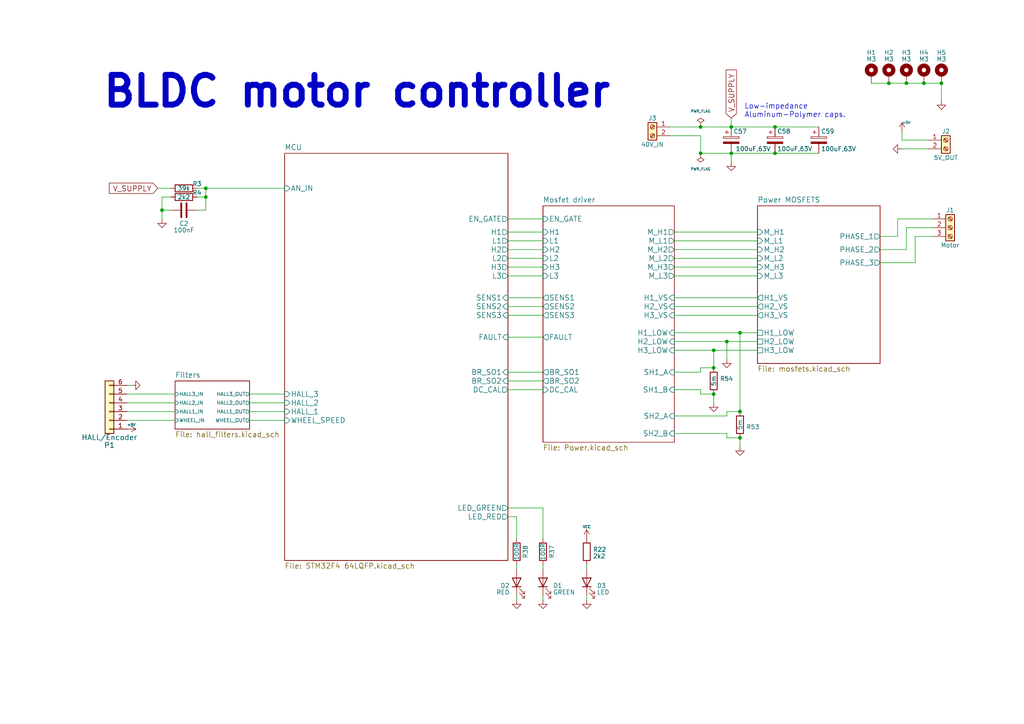
<source format=kicad_sch>
(kicad_sch (version 20230121) (generator eeschema)
  (paper "A4")
  (title_block (title "E-bike controller (based on VESC 4.10)") (date "2023-05-19") (rev "4.10-jpa") (company "Benjamin Vedder") (comment 1 "Customized by Petteri Aimonen") (comment 4 "Top level"))
  (lib_symbols
    (symbol "Connector:Screw_Terminal_01x02" (pin_names (offset 1.016) hide)
      (property "Reference" "J" (at 0 2.54 0))
      (property "Value" "Screw_Terminal_01x02" (at 0 -5.08 0))
      (symbol "Screw_Terminal_01x02_1_1"
        (rectangle (start -1.27 1.27) (end 1.27 -3.81) (stroke (width 0.254)) (fill (type background)))
        (circle (center 0 -2.54) (radius 0.635) (stroke (width 0.1524)))
        (polyline (pts (xy -0.5334 -2.2098) (xy 0.3302 -3.048)) (stroke (width 0.1524)))
        (polyline (pts (xy -0.5334 0.3302) (xy 0.3302 -0.508)) (stroke (width 0.1524)))
        (polyline (pts (xy -0.3556 -2.032) (xy 0.508 -2.8702)) (stroke (width 0.1524)))
        (polyline (pts (xy -0.3556 0.508) (xy 0.508 -0.3302)) (stroke (width 0.1524)))
        (circle (center 0 0) (radius 0.635) (stroke (width 0.1524)))
        (pin passive line (at -5.08 0 0) (length 3.81) (name "Pin_1") (number "1"))
        (pin passive line (at -5.08 -2.54 0) (length 3.81) (name "Pin_2") (number "2"))
      )
    )
    (symbol "Connector:Screw_Terminal_01x03" (pin_names (offset 1.016) hide)
      (property "Reference" "J" (at 0 5.08 0))
      (property "Value" "Screw_Terminal_01x03" (at 0 -5.08 0))
      (symbol "Screw_Terminal_01x03_1_1"
        (rectangle (start -1.27 3.81) (end 1.27 -3.81) (stroke (width 0.254)) (fill (type background)))
        (circle (center 0 -2.54) (radius 0.635) (stroke (width 0.1524)))
        (polyline (pts (xy -0.5334 -2.2098) (xy 0.3302 -3.048)) (stroke (width 0.1524)))
        (polyline (pts (xy -0.5334 0.3302) (xy 0.3302 -0.508)) (stroke (width 0.1524)))
        (polyline (pts (xy -0.5334 2.8702) (xy 0.3302 2.032)) (stroke (width 0.1524)))
        (polyline (pts (xy -0.3556 -2.032) (xy 0.508 -2.8702)) (stroke (width 0.1524)))
        (polyline (pts (xy -0.3556 0.508) (xy 0.508 -0.3302)) (stroke (width 0.1524)))
        (polyline (pts (xy -0.3556 3.048) (xy 0.508 2.2098)) (stroke (width 0.1524)))
        (circle (center 0 0) (radius 0.635) (stroke (width 0.1524)))
        (circle (center 0 2.54) (radius 0.635) (stroke (width 0.1524)))
        (pin passive line (at -5.08 2.54 0) (length 3.81) (name "Pin_1") (number "1"))
        (pin passive line (at -5.08 0 0) (length 3.81) (name "Pin_2") (number "2"))
        (pin passive line (at -5.08 -2.54 0) (length 3.81) (name "Pin_3") (number "3"))
      )
    )
    (symbol "Connector_Generic:Conn_01x06" (pin_names (offset 1.016) hide)
      (property "Reference" "J" (at 0 7.62 0))
      (property "Value" "Conn_01x06" (at 0 -10.16 0))
      (symbol "Conn_01x06_1_1"
        (rectangle (start -1.27 -7.493) (end 0 -7.747) (stroke (width 0.1524)))
        (rectangle (start -1.27 -4.953) (end 0 -5.207) (stroke (width 0.1524)))
        (rectangle (start -1.27 -2.413) (end 0 -2.667) (stroke (width 0.1524)))
        (rectangle (start -1.27 0.127) (end 0 -0.127) (stroke (width 0.1524)))
        (rectangle (start -1.27 2.667) (end 0 2.413) (stroke (width 0.1524)))
        (rectangle (start -1.27 5.207) (end 0 4.953) (stroke (width 0.1524)))
        (rectangle (start -1.27 6.35) (end 1.27 -8.89) (stroke (width 0.254)) (fill (type background)))
        (pin passive line (at -5.08 5.08 0) (length 3.81) (name "Pin_1") (number "1"))
        (pin passive line (at -5.08 2.54 0) (length 3.81) (name "Pin_2") (number "2"))
        (pin passive line (at -5.08 0 0) (length 3.81) (name "Pin_3") (number "3"))
        (pin passive line (at -5.08 -2.54 0) (length 3.81) (name "Pin_4") (number "4"))
        (pin passive line (at -5.08 -5.08 0) (length 3.81) (name "Pin_5") (number "5"))
        (pin passive line (at -5.08 -7.62 0) (length 3.81) (name "Pin_6") (number "6"))
      )
    )
    (symbol "Device:C" (pin_numbers hide) (pin_names (offset 0.254))
      (property "Reference" "C" (at 0.635 2.54 0))
      (property "Value" "C" (at 0.635 -2.54 0))
      (symbol "C_0_1"
        (polyline (pts (xy -2.032 -0.762) (xy 2.032 -0.762)) (stroke (width 0.508)))
        (polyline (pts (xy -2.032 0.762) (xy 2.032 0.762)) (stroke (width 0.508)))
      )
      (symbol "C_1_1"
        (pin passive line (at 0 3.81 270) (length 2.794) (name "~") (number "1"))
        (pin passive line (at 0 -3.81 90) (length 2.794) (name "~") (number "2"))
      )
    )
    (symbol "Device:C_Polarized" (pin_numbers hide) (pin_names (offset 0.254))
      (property "Reference" "C" (at 0.635 2.54 0))
      (property "Value" "C_Polarized" (at 0.635 -2.54 0))
      (symbol "C_Polarized_0_1"
        (rectangle (start -2.286 0.508) (end 2.286 1.016))
        (polyline (pts (xy -1.778 2.286) (xy -0.762 2.286)))
        (polyline (pts (xy -1.27 2.794) (xy -1.27 1.778)))
        (rectangle (start 2.286 -0.508) (end -2.286 -1.016) (fill (type outline)))
      )
      (symbol "C_Polarized_1_1"
        (pin passive line (at 0 3.81 270) (length 2.794) (name "~") (number "1"))
        (pin passive line (at 0 -3.81 90) (length 2.794) (name "~") (number "2"))
      )
    )
    (symbol "Device:LED" (pin_numbers hide) (pin_names (offset 1.016) hide)
      (property "Reference" "D" (at 0 2.54 0))
      (property "Value" "LED" (at 0 -2.54 0))
      (symbol "LED_0_1"
        (polyline (pts (xy -1.27 -1.27) (xy -1.27 1.27)) (stroke (width 0.254)))
        (polyline (pts (xy -1.27 0) (xy 1.27 0)))
        (polyline (pts (xy 1.27 -1.27) (xy 1.27 1.27) (xy -1.27 0) (xy 1.27 -1.27)) (stroke (width 0.254)))
        (polyline (pts (xy -3.048 -0.762) (xy -4.572 -2.286) (xy -3.81 -2.286) (xy -4.572 -2.286) (xy -4.572 -1.524)))
        (polyline (pts (xy -1.778 -0.762) (xy -3.302 -2.286) (xy -2.54 -2.286) (xy -3.302 -2.286) (xy -3.302 -1.524)))
      )
      (symbol "LED_1_1"
        (pin passive line (at -3.81 0 0) (length 2.54) (name "K") (number "1"))
        (pin passive line (at 3.81 0 180) (length 2.54) (name "A") (number "2"))
      )
    )
    (symbol "Device:R" (pin_numbers hide) (pin_names (offset 0))
      (property "Reference" "R" (at 2.032 0 90))
      (property "Value" "R" (at 0 0 90))
      (symbol "R_0_1"
        (rectangle (start -1.016 -2.54) (end 1.016 2.54) (stroke (width 0.254)))
      )
      (symbol "R_1_1"
        (pin passive line (at 0 3.81 270) (length 1.27) (name "~") (number "1"))
        (pin passive line (at 0 -3.81 90) (length 1.27) (name "~") (number "2"))
      )
    )
    (symbol "Mechanical:MountingHole_Pad" (pin_numbers hide) (pin_names (offset 1.016) hide)
      (property "Reference" "H" (at 0 6.35 0))
      (property "Value" "MountingHole_Pad" (at 0 4.445 0))
      (symbol "MountingHole_Pad_0_1"
        (circle (center 0 1.27) (radius 1.27) (stroke (width 1.27)))
      )
      (symbol "MountingHole_Pad_1_1"
        (pin input line (at 0 -2.54 90) (length 2.54) (name "1") (number "1"))
      )
    )
    (symbol "power:+5V" (power) (pin_names (offset 0))
      (property "Value" "+5V" (at 0 3.556 0))
      (symbol "+5V_0_1"
        (polyline (pts (xy -0.762 1.27) (xy 0 2.54)))
        (polyline (pts (xy 0 0) (xy 0 2.54)))
        (polyline (pts (xy 0 2.54) (xy 0.762 1.27)))
      )
      (symbol "+5V_1_1"
        (pin power_in line (at 0 0 90) (length 0) hide (name "+5V") (number "1"))
      )
    )
    (symbol "power:GND" (power) (pin_names (offset 0))
      (property "Value" "GND" (at 0 -3.81 0))
      (symbol "GND_0_1"
        (polyline (pts (xy 0 0) (xy 0 -1.27) (xy 1.27 -1.27) (xy 0 -2.54) (xy -1.27 -1.27) (xy 0 -1.27)))
      )
      (symbol "GND_1_1"
        (pin power_in line (at 0 0 270) (length 0) hide (name "GND") (number "1"))
      )
    )
    (symbol "power:PWR_FLAG" (power) (pin_numbers hide) (pin_names (offset 0) hide)
      (property "Value" "PWR_FLAG" (at 0 3.81 0))
      (symbol "PWR_FLAG_0_0"
        (pin power_out line (at 0 0 90) (length 0) (name "pwr") (number "1"))
      )
      (symbol "PWR_FLAG_0_1"
        (polyline (pts (xy 0 0) (xy 0 1.27) (xy -1.016 1.905) (xy 0 2.54) (xy 1.016 1.905) (xy 0 1.27)))
      )
    )
    (symbol "power:VCC" (power) (pin_names (offset 0))
      (property "Value" "VCC" (at 0 3.81 0))
      (symbol "VCC_0_1"
        (polyline (pts (xy -0.762 1.27) (xy 0 2.54)))
        (polyline (pts (xy 0 0) (xy 0 2.54)))
        (polyline (pts (xy 0 2.54) (xy 0.762 1.27)))
      )
      (symbol "VCC_1_1"
        (pin power_in line (at 0 0 90) (length 0) hide (name "VCC") (number "1"))
      )
    )
  )
  (junction (at 207.01 114.3))
  (junction (at 207.01 106.68))
  (junction (at 214.63 96.52))
  (junction (at 262.89 24.13))
  (junction (at 212.09 36.83))
  (junction (at 267.97 24.13))
  (junction (at 224.79 36.83))
  (junction (at 59.69 54.61))
  (junction (at 224.79 44.45))
  (junction (at 46.99 60.96))
  (junction (at 214.63 119.38))
  (junction (at 203.2 36.83))
  (junction (at 210.82 99.06))
  (junction (at 212.09 44.45))
  (junction (at 273.05 24.13))
  (junction (at 203.2 44.45))
  (junction (at 59.69 57.15))
  (junction (at 214.63 127))
  (junction (at 257.81 24.13))
  (junction (at 207.01 101.6))
  (wire (pts (xy 157.48 147.32) (xy 147.32 147.32)))
  (wire (pts (xy 82.55 121.92) (xy 72.39 121.92)))
  (wire (pts (xy 224.79 44.45) (xy 237.49 44.45)))
  (wire (pts (xy 219.71 88.9) (xy 195.58 88.9)))
  (wire (pts (xy 46.99 57.15) (xy 49.53 57.15)))
  (wire (pts (xy 212.09 46.99) (xy 212.09 44.45)))
  (wire (pts (xy 195.58 120.65) (xy 210.82 120.65)))
  (wire (pts (xy 212.09 44.45) (xy 224.79 44.45)))
  (wire (pts (xy 219.71 80.01) (xy 195.58 80.01)))
  (wire (pts (xy 57.15 57.15) (xy 59.69 57.15)))
  (wire (pts (xy 261.62 43.18) (xy 269.24 43.18)))
  (wire (pts (xy 262.89 72.39) (xy 262.89 66.04)))
  (wire (pts (xy 203.2 114.3) (xy 207.01 114.3)))
  (wire (pts (xy 273.05 24.13) (xy 267.97 24.13)))
  (wire (pts (xy 147.32 107.95) (xy 157.48 107.95)))
  (wire (pts (xy 214.63 127) (xy 214.63 129.54)))
  (wire (pts (xy 36.83 121.92) (xy 50.8 121.92)))
  (wire (pts (xy 219.71 74.93) (xy 195.58 74.93)))
  (wire (pts (xy 157.48 86.36) (xy 147.32 86.36)))
  (wire (pts (xy 147.32 149.86) (xy 149.86 149.86)))
  (wire (pts (xy 59.69 54.61) (xy 82.55 54.61)))
  (wire (pts (xy 149.86 172.72) (xy 149.86 173.99)))
  (wire (pts (xy 210.82 127) (xy 210.82 125.73)))
  (wire (pts (xy 157.48 77.47) (xy 147.32 77.47)))
  (wire (pts (xy 269.24 40.64) (xy 261.62 40.64)))
  (wire (pts (xy 147.32 74.93) (xy 157.48 74.93)))
  (wire (pts (xy 203.2 107.95) (xy 203.2 106.68)))
  (wire (pts (xy 147.32 80.01) (xy 157.48 80.01)))
  (wire (pts (xy 59.69 57.15) (xy 59.69 60.96)))
  (wire (pts (xy 210.82 120.65) (xy 210.82 119.38)))
  (wire (pts (xy 157.48 110.49) (xy 147.32 110.49)))
  (wire (pts (xy 210.82 119.38) (xy 214.63 119.38)))
  (wire (pts (xy 203.2 39.37) (xy 194.31 39.37)))
  (wire (pts (xy 157.48 156.21) (xy 157.48 147.32)))
  (wire (pts (xy 260.35 63.5) (xy 270.51 63.5)))
  (wire (pts (xy 262.89 66.04) (xy 270.51 66.04)))
  (wire (pts (xy 255.27 68.58) (xy 260.35 68.58)))
  (wire (pts (xy 194.31 36.83) (xy 203.2 36.83)))
  (wire (pts (xy 214.63 127) (xy 210.82 127)))
  (wire (pts (xy 267.97 24.13) (xy 262.89 24.13)))
  (wire (pts (xy 195.58 107.95) (xy 203.2 107.95)))
  (wire (pts (xy 210.82 99.06) (xy 210.82 104.14)))
  (wire (pts (xy 203.2 36.83) (xy 212.09 36.83)))
  (wire (pts (xy 57.15 54.61) (xy 59.69 54.61)))
  (wire (pts (xy 57.15 60.96) (xy 59.69 60.96)))
  (wire (pts (xy 195.58 77.47) (xy 219.71 77.47)))
  (wire (pts (xy 210.82 99.06) (xy 219.71 99.06)))
  (wire (pts (xy 157.48 72.39) (xy 147.32 72.39)))
  (wire (pts (xy 36.83 119.38) (xy 50.8 119.38)))
  (wire (pts (xy 49.53 60.96) (xy 46.99 60.96)))
  (wire (pts (xy 147.32 69.85) (xy 157.48 69.85)))
  (wire (pts (xy 157.48 172.72) (xy 157.48 173.99)))
  (wire (pts (xy 147.32 88.9) (xy 157.48 88.9)))
  (wire (pts (xy 170.18 172.72) (xy 170.18 173.99)))
  (wire (pts (xy 212.09 36.83) (xy 212.09 34.29)))
  (wire (pts (xy 255.27 76.2) (xy 265.43 76.2)))
  (wire (pts (xy 265.43 76.2) (xy 265.43 68.58)))
  (wire (pts (xy 212.09 36.83) (xy 224.79 36.83)))
  (wire (pts (xy 207.01 101.6) (xy 207.01 106.68)))
  (wire (pts (xy 195.58 67.31) (xy 219.71 67.31)))
  (wire (pts (xy 195.58 113.03) (xy 203.2 113.03)))
  (wire (pts (xy 219.71 69.85) (xy 195.58 69.85)))
  (wire (pts (xy 46.99 60.96) (xy 46.99 63.5)))
  (wire (pts (xy 207.01 101.6) (xy 219.71 101.6)))
  (wire (pts (xy 195.58 72.39) (xy 219.71 72.39)))
  (wire (pts (xy 157.48 91.44) (xy 147.32 91.44)))
  (wire (pts (xy 46.99 57.15) (xy 46.99 60.96)))
  (wire (pts (xy 203.2 44.45) (xy 212.09 44.45)))
  (wire (pts (xy 72.39 119.38) (xy 82.55 119.38)))
  (wire (pts (xy 149.86 149.86) (xy 149.86 156.21)))
  (wire (pts (xy 36.83 116.84) (xy 50.8 116.84)))
  (wire (pts (xy 149.86 163.83) (xy 149.86 165.1)))
  (wire (pts (xy 157.48 67.31) (xy 147.32 67.31)))
  (wire (pts (xy 261.62 40.64) (xy 261.62 38.1)))
  (wire (pts (xy 195.58 96.52) (xy 214.63 96.52)))
  (wire (pts (xy 147.32 113.03) (xy 157.48 113.03)))
  (wire (pts (xy 257.81 24.13) (xy 252.73 24.13)))
  (wire (pts (xy 49.53 54.61) (xy 45.72 54.61)))
  (wire (pts (xy 36.83 111.76) (xy 38.1 111.76)))
  (wire (pts (xy 72.39 116.84) (xy 82.55 116.84)))
  (wire (pts (xy 147.32 63.5) (xy 157.48 63.5)))
  (wire (pts (xy 195.58 125.73) (xy 210.82 125.73)))
  (wire (pts (xy 260.35 68.58) (xy 260.35 63.5)))
  (wire (pts (xy 262.89 24.13) (xy 257.81 24.13)))
  (wire (pts (xy 203.2 44.45) (xy 203.2 39.37)))
  (wire (pts (xy 36.83 114.3) (xy 50.8 114.3)))
  (wire (pts (xy 207.01 114.3) (xy 207.01 116.84)))
  (wire (pts (xy 170.18 163.83) (xy 170.18 165.1)))
  (wire (pts (xy 195.58 101.6) (xy 207.01 101.6)))
  (wire (pts (xy 195.58 86.36) (xy 219.71 86.36)))
  (wire (pts (xy 147.32 97.79) (xy 157.48 97.79)))
  (wire (pts (xy 203.2 106.68) (xy 207.01 106.68)))
  (wire (pts (xy 273.05 29.21) (xy 273.05 24.13)))
  (wire (pts (xy 203.2 113.03) (xy 203.2 114.3)))
  (wire (pts (xy 195.58 91.44) (xy 219.71 91.44)))
  (wire (pts (xy 255.27 72.39) (xy 262.89 72.39)))
  (wire (pts (xy 265.43 68.58) (xy 270.51 68.58)))
  (wire (pts (xy 59.69 54.61) (xy 59.69 57.15)))
  (wire (pts (xy 214.63 96.52) (xy 214.63 119.38)))
  (wire (pts (xy 72.39 114.3) (xy 82.55 114.3)))
  (wire (pts (xy 195.58 99.06) (xy 210.82 99.06)))
  (wire (pts (xy 157.48 163.83) (xy 157.48 165.1)))
  (wire (pts (xy 224.79 36.83) (xy 237.49 36.83)))
  (wire (pts (xy 214.63 96.52) (xy 219.71 96.52)))
  (text "Low-impedance\nAluminum-Polymer caps." (at 215.9 34.29 0) (effects (font (size 1.524 1.524)) (justify left bottom)))
  (text "BLDC motor controller" (at 29.21 31.75 0) (effects (font (size 8.636 8.636) (thickness 1.7272) bold) (justify left bottom)))
  (global_label "V_SUPPLY" (shape input) (at 45.72 54.61 180) (effects (font (size 1.524 1.524))) (property "Intersheetrefs" "${INTERSHEET_REFS}" (effects hide)))
  (global_label "V_SUPPLY" (shape input) (at 212.09 34.29 90) (effects (font (size 1.524 1.524))) (property "Intersheetrefs" "${INTERSHEET_REFS}" (effects hide)))
  (symbol (lib_id "Connector_Generic:Conn_01x06") (at 31.75 119.38 180) (unit 1)
    (property "Reference" "P1" (at 31.75 129.1131 0) (effects (font (size 1.524 1.524))))
    (property "Value" "HALL/Encoder" (at 31.75 126.8589 0) (effects (font (size 1.524 1.524))))
    (property "Footprint" "Connector_PinHeader_2.54mm:PinHeader_1x06_P2.54mm_Vertical" (effects hide))
    (property "JLCPCB" "N/A" (effects hide))
  )
  (symbol (lib_id "power:+5V") (at 36.83 124.46 270) (unit 1)
    (property "Reference" "#PWR01" (effects hide))
    (property "Value" "+5V" (at 38.1 123.19 90) (effects (font (size 0.762 0.762))))
  )
  (symbol (lib_id "power:GND") (at 38.1 111.76 90) (unit 1)
    (property "Reference" "#PWR02" (effects hide))
    (property "Value" "GND" (effects hide))
  )
  (symbol (lib_id "Device:C") (at 53.34 60.96 90) (mirror x) (unit 1)
    (property "Reference" "C2" (at 53.34 64.8415 90))
    (property "Value" "100nF" (at 53.34 66.7625 90))
    (property "Footprint" "Capacitor_SMD:C_0603_1608Metric" (effects hide))
    (property "JLCPCB" "C14663" (effects hide))
  )
  (symbol (lib_id "power:GND") (at 46.99 63.5 0) (mirror y) (unit 1)
    (property "Reference" "#PWR03" (effects hide))
    (property "Value" "GND" (effects hide))
  )
  (symbol (lib_id "Device:R") (at 53.34 57.15 90) (mirror x) (unit 1)
    (property "Reference" "R4" (at 57.15 55.88 90))
    (property "Value" "2k2" (at 53.34 57.15 90))
    (property "Footprint" "Resistor_SMD:R_0603_1608Metric" (effects hide))
    (property "JLCPCB" "C4190" (effects hide))
  )
  (symbol (lib_id "Device:R") (at 53.34 54.61 90) (mirror x) (unit 1)
    (property "Reference" "R3" (at 57.15 53.34 90))
    (property "Value" "39k" (at 53.34 54.61 90))
    (property "Footprint" "Resistor_SMD:R_0603_1608Metric" (effects hide))
    (property "JLCPCB" "C23153" (effects hide))
  )
  (symbol (lib_id "Device:R") (at 214.63 123.19 0) (mirror y) (unit 1)
    (property "Reference" "R53" (at 216.408 123.8337 0) (effects (justify right)))
    (property "Value" "5m" (at 214.63 123.19 90))
    (property "Footprint" "Resistor_SMD:R_2512_6332Metric" (effects hide))
    (property "JLCPCB" "C5154719" (effects hide))
  )
  (symbol (lib_id "Device:R") (at 207.01 110.49 0) (mirror y) (unit 1)
    (property "Reference" "R54" (at 208.788 109.8463 0) (effects (justify right)))
    (property "Value" "5m" (at 207.01 110.49 90))
    (property "Footprint" "Resistor_SMD:R_2512_6332Metric" (effects hide))
    (property "JLCPCB" "C5154719" (effects hide))
  )
  (symbol (lib_id "Device:R") (at 149.86 160.02 180) (unit 1)
    (property "Reference" "R38" (at 152.4 160.02 90))
    (property "Value" "100R" (at 149.86 160.02 90))
    (property "Footprint" "Resistor_SMD:R_0603_1608Metric" (effects hide))
    (property "JLCPCB" "C22775" (effects hide))
  )
  (symbol (lib_id "Device:LED") (at 149.86 168.91 90) (unit 1)
    (property "Reference" "D2" (at 147.828 169.8538 90) (effects (justify left)))
    (property "Value" "RED" (at 147.828 171.7748 90) (effects (justify left)))
    (property "Footprint" "LED_SMD:LED_0603_1608Metric" (effects hide))
    (property "JLCPCB" "N/A" (effects hide))
  )
  (symbol (lib_id "power:GND") (at 149.86 173.99 0) (unit 1)
    (property "Reference" "#PWR07" (effects hide))
    (property "Value" "GND" (effects hide))
  )
  (symbol (lib_id "Device:R") (at 157.48 160.02 180) (unit 1)
    (property "Reference" "R37" (at 160.02 160.02 90))
    (property "Value" "100R" (at 157.48 160.02 90))
    (property "Footprint" "Resistor_SMD:R_0603_1608Metric" (effects hide))
    (property "JLCPCB" "C22775" (effects hide))
  )
  (symbol (lib_id "Device:LED") (at 157.48 168.91 90) (unit 1)
    (property "Reference" "D1" (at 160.401 169.8538 90) (effects (justify right)))
    (property "Value" "GREEN" (at 160.401 171.7748 90) (effects (justify right)))
    (property "Footprint" "LED_SMD:LED_0603_1608Metric" (effects hide))
    (property "JLCPCB" "N/A" (effects hide))
  )
  (symbol (lib_id "power:GND") (at 157.48 173.99 0) (unit 1)
    (property "Reference" "#PWR08" (effects hide))
    (property "Value" "GND" (effects hide))
  )
  (symbol (lib_id "Device:LED") (at 170.18 168.91 90) (unit 1)
    (property "Reference" "D3" (at 173.101 169.8538 90) (effects (justify right)))
    (property "Value" "LED" (at 173.101 171.7748 90) (effects (justify right)))
    (property "Footprint" "LED_SMD:LED_0603_1608Metric" (effects hide))
    (property "JLCPCB" "N/A" (effects hide))
  )
  (symbol (lib_id "Device:R") (at 170.18 160.02 180) (unit 1)
    (property "Reference" "R22" (at 171.958 159.3763 0) (effects (justify right)))
    (property "Value" "2k2" (at 171.958 161.2973 0) (effects (justify right)))
    (property "Footprint" "Resistor_SMD:R_0603_1608Metric" (effects hide))
    (property "JLCPCB" "C4190" (effects hide))
  )
  (symbol (lib_id "power:GND") (at 170.18 173.99 0) (unit 1)
    (property "Reference" "#PWR09" (effects hide))
    (property "Value" "GND" (effects hide))
  )
  (symbol (lib_id "power:VCC") (at 170.18 156.21 0) (unit 1)
    (property "Reference" "#PWR010" (effects hide))
    (property "Value" "VCC" (at 170.18 152.7881 0) (effects (font (size 0.762 0.762))))
  )
  (symbol (lib_id "power:GND") (at 214.63 129.54 0) (unit 1)
    (property "Reference" "#PWR012" (effects hide))
    (property "Value" "GND" (effects hide))
  )
  (symbol (lib_id "power:GND") (at 207.01 116.84 0) (unit 1)
    (property "Reference" "#PWR013" (effects hide))
    (property "Value" "GND" (effects hide))
  )
  (symbol (lib_id "power:GND") (at 210.82 104.14 0) (unit 1)
    (property "Reference" "#PWR014" (effects hide))
    (property "Value" "GND" (effects hide))
  )
  (symbol (lib_id "power:GND") (at 212.09 46.99 0) (unit 1)
    (property "Reference" "#PWR015" (effects hide))
    (property "Value" "GND" (effects hide))
  )
  (symbol (lib_id "power:+5V") (at 261.62 38.1 0) (unit 1)
    (property "Reference" "#PWR016" (effects hide))
    (property "Value" "+5V" (at 262.89 35.56 0) (effects (font (size 0.762 0.762))))
  )
  (symbol (lib_id "power:GND") (at 261.62 43.18 270) (unit 1)
    (property "Reference" "#PWR017" (effects hide))
    (property "Value" "GND" (effects hide))
  )
  (symbol (lib_id "power:PWR_FLAG") (at 203.2 44.45 180) (unit 1)
    (property "Reference" "#FLG02" (effects hide))
    (property "Value" "PWR_FLAG" (at 203.2 49.022 0) (effects (font (size 0.762 0.762))))
  )
  (symbol (lib_id "Connector:Screw_Terminal_01x02") (at 189.23 36.83 0) (mirror y) (unit 1)
    (property "Reference" "J3" (at 189.23 34.29 0))
    (property "Value" "40V_IN" (at 189.23 41.91 0))
    (property "Footprint" "TerminalBlock:TerminalBlock_bornier-2_P5.08mm" (effects hide))
    (property "JLCPCB" "N/A" (effects hide))
  )
  (symbol (lib_id "Device:C_Polarized") (at 212.09 40.64 0) (unit 1)
    (property "Reference" "C57" (at 212.725 38.1 0) (effects (justify left)))
    (property "Value" "100uF,63V" (at 213.36 43.18 0) (effects (justify left)))
    (property "Footprint" "Capacitor_SMD:CP_Elec_10x10.5" (effects hide))
    (property "JLCPCB" "N/A" (effects hide))
  )
  (symbol (lib_id "Connector:Screw_Terminal_01x03") (at 275.59 66.04 0) (unit 1)
    (property "Reference" "J1" (at 275.59 60.96 0))
    (property "Value" "Motor" (at 275.59 71.12 0))
    (property "Footprint" "TerminalBlock:TerminalBlock_bornier-3_P5.08mm" (effects hide))
    (property "JLCPCB" "N/A" (effects hide))
  )
  (symbol (lib_id "Mechanical:MountingHole_Pad") (at 267.97 21.59 0) (unit 1)
    (property "Reference" "H4" (at 267.97 15.24 0))
    (property "Value" "M3" (at 267.97 17.145 0))
    (property "Footprint" "MountingHole:MountingHole_3.2mm_M3_Pad" (effects hide))
    (property "JLCPCB" "N/A" (effects hide))
  )
  (symbol (lib_id "Mechanical:MountingHole_Pad") (at 257.81 21.59 0) (unit 1)
    (property "Reference" "H2" (at 257.81 15.24 0))
    (property "Value" "M3" (at 257.81 17.145 0))
    (property "Footprint" "MountingHole:MountingHole_3.2mm_M3_Pad" (effects hide))
    (property "JLCPCB" "N/A" (effects hide))
  )
  (symbol (lib_id "Mechanical:MountingHole_Pad") (at 252.73 21.59 0) (unit 1)
    (property "Reference" "H1" (at 252.73 15.24 0))
    (property "Value" "M3" (at 252.73 17.145 0))
    (property "Footprint" "MountingHole:MountingHole_3.2mm_M3_Pad" (effects hide))
    (property "JLCPCB" "N/A" (effects hide))
  )
  (symbol (lib_id "Connector:Screw_Terminal_01x02") (at 274.32 40.64 0) (unit 1)
    (property "Reference" "J2" (at 274.32 38.1 0))
    (property "Value" "5V_OUT" (at 274.32 45.72 0))
    (property "Footprint" "TerminalBlock:TerminalBlock_bornier-2_P5.08mm" (effects hide))
    (property "JLCPCB" "N/A" (effects hide))
  )
  (symbol (lib_id "power:PWR_FLAG") (at 203.2 36.83 0) (unit 1)
    (property "Reference" "#FLG01" (effects hide))
    (property "Value" "PWR_FLAG" (at 203.2 32.258 0) (effects (font (size 0.762 0.762))))
  )
  (symbol (lib_id "Mechanical:MountingHole_Pad") (at 273.05 21.59 0) (unit 1)
    (property "Reference" "H5" (at 273.05 15.24 0))
    (property "Value" "M3" (at 273.05 17.145 0))
    (property "Footprint" "MountingHole:MountingHole_3.2mm_M3_Pad" (effects hide))
    (property "JLCPCB" "N/A" (effects hide))
  )
  (symbol (lib_id "Device:C_Polarized") (at 224.79 40.64 0) (unit 1)
    (property "Reference" "C58" (at 225.425 38.1 0) (effects (justify left)))
    (property "Value" "100uF,63V" (at 225.425 43.18 0) (effects (justify left)))
    (property "Footprint" "Capacitor_SMD:CP_Elec_10x10.5" (effects hide))
    (property "JLCPCB" "N/A" (effects hide))
  )
  (symbol (lib_id "Device:C_Polarized") (at 237.49 40.64 0) (unit 1)
    (property "Reference" "C59" (at 238.125 38.1 0) (effects (justify left)))
    (property "Value" "100uF,63V" (at 238.125 43.18 0) (effects (justify left)))
    (property "Footprint" "Capacitor_SMD:CP_Elec_10x10.5" (effects hide))
    (property "JLCPCB" "N/A" (effects hide))
  )
  (symbol (lib_id "power:GND") (at 273.05 29.21 0) (unit 1)
    (property "Reference" "#PWR04" (effects hide))
    (property "Value" "GND" (effects hide))
  )
  (symbol (lib_id "Mechanical:MountingHole_Pad") (at 262.89 21.59 0) (unit 1)
    (property "Reference" "H3" (at 262.89 15.24 0))
    (property "Value" "M3" (at 262.89 17.145 0))
    (property "Footprint" "MountingHole:MountingHole_3.2mm_M3_Pad" (effects hide))
    (property "JLCPCB" "N/A" (effects hide))
  )
  (sheet (at 157.48 59.69) (size 38.1 68.58)
    (property "Sheetname" "Mosfet driver" (at 157.48 58.8514 0) (effects (font (size 1.524 1.524)) (justify left bottom)))
    (property "Sheetfile" "Power.kicad_sch" (at 157.48 128.9562 0) (effects (font (size 1.524 1.524)) (justify left top)))
    (pin "FAULT" output (at 157.48 97.79 180) (effects (font (size 1.524 1.524))))
    (pin "DC_CAL" input (at 157.48 113.03 180) (effects (font (size 1.524 1.524))))
    (pin "EN_GATE" input (at 157.48 63.5 180) (effects (font (size 1.524 1.524))))
    (pin "H1" input (at 157.48 67.31 180) (effects (font (size 1.524 1.524))))
    (pin "L1" input (at 157.48 69.85 180) (effects (font (size 1.524 1.524))))
    (pin "H2" input (at 157.48 72.39 180) (effects (font (size 1.524 1.524))))
    (pin "L2" input (at 157.48 74.93 180) (effects (font (size 1.524 1.524))))
    (pin "H3" input (at 157.48 77.47 180) (effects (font (size 1.524 1.524))))
    (pin "L3" input (at 157.48 80.01 180) (effects (font (size 1.524 1.524))))
    (pin "BR_SO1" output (at 157.48 107.95 180) (effects (font (size 1.524 1.524))))
    (pin "BR_SO2" output (at 157.48 110.49 180) (effects (font (size 1.524 1.524))))
    (pin "SENS1" output (at 157.48 86.36 180) (effects (font (size 1.524 1.524))))
    (pin "SENS2" output (at 157.48 88.9 180) (effects (font (size 1.524 1.524))))
    (pin "SENS3" output (at 157.48 91.44 180) (effects (font (size 1.524 1.524))))
    (pin "M_H1" output (at 195.58 67.31 0) (effects (font (size 1.524 1.524))))
    (pin "M_L1" output (at 195.58 69.85 0) (effects (font (size 1.524 1.524))))
    (pin "H1_LOW" input (at 195.58 96.52 0) (effects (font (size 1.524 1.524))))
    (pin "M_H2" output (at 195.58 72.39 0) (effects (font (size 1.524 1.524))))
    (pin "M_L2" output (at 195.58 74.93 0) (effects (font (size 1.524 1.524))))
    (pin "H2_LOW" input (at 195.58 99.06 0) (effects (font (size 1.524 1.524))))
    (pin "M_H3" output (at 195.58 77.47 0) (effects (font (size 1.524 1.524))))
    (pin "M_L3" output (at 195.58 80.01 0) (effects (font (size 1.524 1.524))))
    (pin "H3_LOW" input (at 195.58 101.6 0) (effects (font (size 1.524 1.524))))
    (pin "H1_VS" input (at 195.58 86.36 0) (effects (font (size 1.524 1.524))))
    (pin "H2_VS" input (at 195.58 88.9 0) (effects (font (size 1.524 1.524))))
    (pin "H3_VS" input (at 195.58 91.44 0) (effects (font (size 1.524 1.524))))
    (pin "SH1_A" input (at 195.58 107.95 0) (effects (font (size 1.524 1.524))))
    (pin "SH1_B" input (at 195.58 113.03 0) (effects (font (size 1.524 1.524))))
    (pin "SH2_A" input (at 195.58 120.65 0) (effects (font (size 1.524 1.524))))
    (pin "SH2_B" input (at 195.58 125.73 0) (effects (font (size 1.524 1.524))))
  )
  (sheet (at 82.55 44.45) (size 64.77 118.11)
    (property "Sheetname" "MCU" (at 82.55 43.6114 0) (effects (font (size 1.524 1.524)) (justify left bottom)))
    (property "Sheetfile" "STM32F4 64LQFP.kicad_sch" (at 82.55 163.2462 0) (effects (font (size 1.524 1.524)) (justify left top)))
    (pin "HALL_1" input (at 82.55 119.38 180) (effects (font (size 1.524 1.524))))
    (pin "HALL_2" input (at 82.55 116.84 180) (effects (font (size 1.524 1.524))))
    (pin "HALL_3" input (at 82.55 114.3 180) (effects (font (size 1.524 1.524))))
    (pin "WHEEL_SPEED" input (at 82.55 121.92 180) (effects (font (size 1.524 1.524))))
    (pin "L3" output (at 147.32 80.01 0) (effects (font (size 1.524 1.524))))
    (pin "L2" output (at 147.32 74.93 0) (effects (font (size 1.524 1.524))))
    (pin "L1" output (at 147.32 69.85 0) (effects (font (size 1.524 1.524))))
    (pin "FAULT" input (at 147.32 97.79 0) (effects (font (size 1.524 1.524))))
    (pin "H3" output (at 147.32 77.47 0) (effects (font (size 1.524 1.524))))
    (pin "H2" output (at 147.32 72.39 0) (effects (font (size 1.524 1.524))))
    (pin "H1" output (at 147.32 67.31 0) (effects (font (size 1.524 1.524))))
    (pin "SENS3" input (at 147.32 91.44 0) (effects (font (size 1.524 1.524))))
    (pin "SENS2" input (at 147.32 88.9 0) (effects (font (size 1.524 1.524))))
    (pin "SENS1" input (at 147.32 86.36 0) (effects (font (size 1.524 1.524))))
    (pin "BR_SO1" input (at 147.32 107.95 0) (effects (font (size 1.524 1.524))))
    (pin "BR_SO2" input (at 147.32 110.49 0) (effects (font (size 1.524 1.524))))
    (pin "AN_IN" input (at 82.55 54.61 180) (effects (font (size 1.524 1.524))))
    (pin "EN_GATE" output (at 147.32 63.5 0) (effects (font (size 1.524 1.524))))
    (pin "DC_CAL" output (at 147.32 113.03 0) (effects (font (size 1.524 1.524))))
    (pin "LED_RED" output (at 147.32 149.86 0) (effects (font (size 1.524 1.524))))
    (pin "LED_GREEN" output (at 147.32 147.32 0) (effects (font (size 1.524 1.524))))
  )
  (sheet (at 219.71 59.69) (size 35.56 45.72)
    (property "Sheetname" "Power MOSFETS" (at 219.71 58.8514 0) (effects (font (size 1.524 1.524)) (justify left bottom)))
    (property "Sheetfile" "mosfets.kicad_sch" (at 219.71 106.0962 0) (effects (font (size 1.524 1.524)) (justify left top)))
    (pin "M_H1" input (at 219.71 67.31 180) (effects (font (size 1.524 1.524))))
    (pin "M_L1" input (at 219.71 69.85 180) (effects (font (size 1.524 1.524))))
    (pin "H1_VS" output (at 219.71 86.36 180) (effects (font (size 1.524 1.524))))
    (pin "M_H2" input (at 219.71 72.39 180) (effects (font (size 1.524 1.524))))
    (pin "M_L2" input (at 219.71 74.93 180) (effects (font (size 1.524 1.524))))
    (pin "H2_VS" output (at 219.71 88.9 180) (effects (font (size 1.524 1.524))))
    (pin "H1_LOW" passive (at 219.71 96.52 180) (effects (font (size 1.524 1.524))))
    (pin "H2_LOW" passive (at 219.71 99.06 180) (effects (font (size 1.524 1.524))))
    (pin "H3_LOW" passive (at 219.71 101.6 180) (effects (font (size 1.524 1.524))))
    (pin "H3_VS" output (at 219.71 91.44 180) (effects (font (size 1.524 1.524))))
    (pin "M_H3" input (at 219.71 77.47 180) (effects (font (size 1.524 1.524))))
    (pin "M_L3" input (at 219.71 80.01 180) (effects (font (size 1.524 1.524))))
    (pin "PHASE_1" output (at 255.27 68.58 0) (effects (font (size 1.524 1.524))))
    (pin "PHASE_2" output (at 255.27 72.39 0) (effects (font (size 1.524 1.524))))
    (pin "PHASE_3" output (at 255.27 76.2 0) (effects (font (size 1.524 1.524))))
  )
  (sheet (at 50.8 110.49) (size 21.59 13.97)
    (property "Sheetname" "Filters" (at 50.8 109.6514 0) (effects (font (size 1.524 1.524)) (justify left bottom)))
    (property "Sheetfile" "hall_filters.kicad_sch" (at 50.8 125.1462 0) (effects (font (size 1.524 1.524)) (justify left top)))
    (pin "HALL3_IN" input (at 50.8 114.3 180) (effects (font (size 1.016 1.016))))
    (pin "HALL2_IN" input (at 50.8 116.84 180) (effects (font (size 1.016 1.016))))
    (pin "HALL1_IN" input (at 50.8 119.38 180) (effects (font (size 1.016 1.016))))
    (pin "WHEEL_IN" input (at 50.8 121.92 180) (effects (font (size 1.016 1.016))))
    (pin "HALL3_OUT" output (at 72.39 114.3 0) (effects (font (size 1.016 1.016))))
    (pin "HALL2_OUT" output (at 72.39 116.84 0) (effects (font (size 1.016 1.016))))
    (pin "HALL1_OUT" output (at 72.39 119.38 0) (effects (font (size 1.016 1.016))))
    (pin "WHEEL_OUT" output (at 72.39 121.92 0) (effects (font (size 1.016 1.016))))
  )
)
</source>
